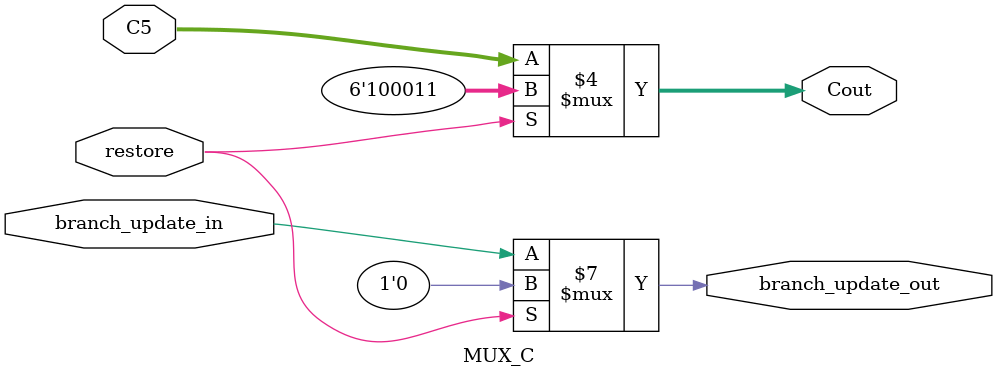
<source format=v>
module MUX_C (
    C5,
    restore,
    Cout,
	 branch_update_in,
	 branch_update_out
);
    
    input [5:0] C5;
    input restore;
	 input branch_update_in;
	 output reg branch_update_out;
    output reg [5:0] Cout;

    always @* begin
        Cout = C5;
        branch_update_out = branch_update_in;
		  if(restore == 1) begin
				branch_update_out = 0;
            Cout = 35;
        end
    end
endmodule
</source>
